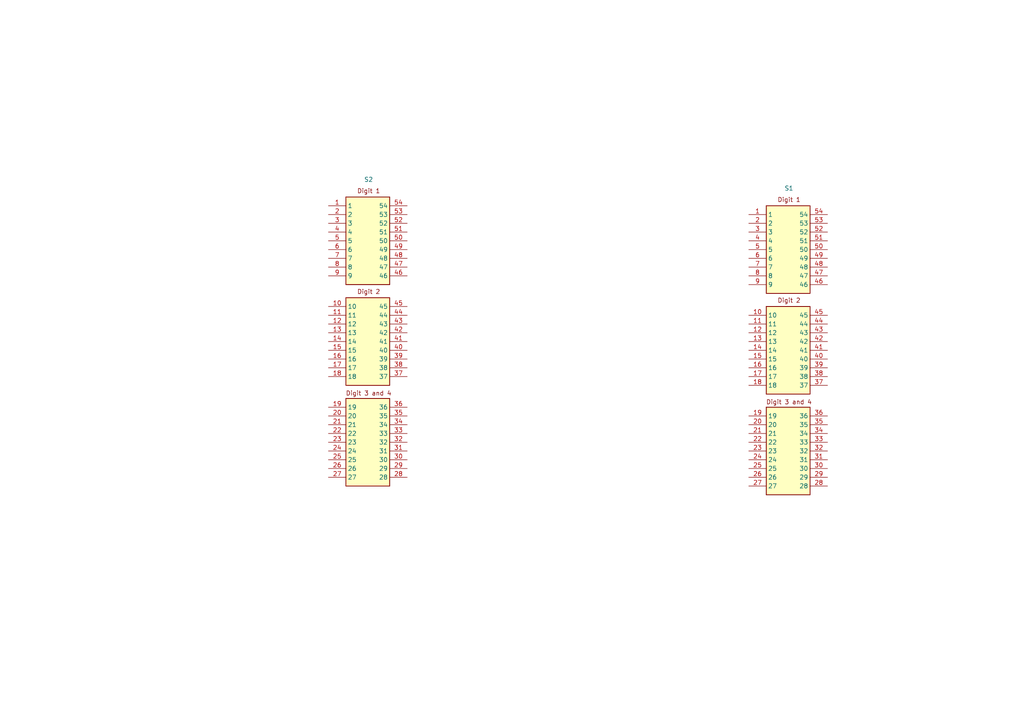
<source format=kicad_sch>
(kicad_sch (version 20250114) (generator "eeschema") (generator_version "9.0")
  (paper "A4")
  (lib_symbols
    (symbol "My_parts:Screen_connector_symbol"
      (property "Reference" "S" (at 8.636 7.112 0))
      (symbol "Screen_connector_symbol_1_1"
        (rectangle (start 5.08 2.54) (end 17.78 -22.86) (stroke (width 0.254)) (fill (type background)))
        (rectangle (start 5.08 -26.67) (end 17.78 -52.07) (stroke (width 0.254)) (fill (type background)))
        (rectangle (start 5.08 -55.88) (end 17.78 -81.28) (stroke (width 0.254)) (fill (type background)))
        (text "Digit 1\n" (at 11.684 4.318 0) (effects (font (size 1.27 1.27))))
        (text "Digit 2" (at 11.684 -24.892 0) (effects (font (size 1.27 1.27))))
        (text "Digit 3 and 4\n" (at 11.684 -54.356 0) (effects (font (size 1.27 1.27))))
        (pin passive line (at 0 0 0) (length 5.08) (name "1") (number "1"))
        (pin passive line (at 0 -2.54 0) (length 5.08) (name "2") (number "2"))
        (pin passive line (at 0 -5.08 0) (length 5.08) (name "3") (number "3"))
        (pin passive line (at 0 -7.62 0) (length 5.08) (name "4") (number "4"))
        (pin passive line (at 0 -10.16 0) (length 5.08) (name "5") (number "5"))
        (pin passive line (at 0 -12.7 0) (length 5.08) (name "6") (number "6"))
        (pin passive line (at 0 -15.24 0) (length 5.08) (name "7") (number "7"))
        (pin passive line (at 0 -17.78 0) (length 5.08) (name "8") (number "8"))
        (pin passive line (at 0 -20.32 0) (length 5.08) (name "9") (number "9"))
        (pin passive line (at 0 -29.21 0) (length 5.08) (name "10") (number "10"))
        (pin passive line (at 0 -31.75 0) (length 5.08) (name "11") (number "11"))
        (pin passive line (at 0 -34.29 0) (length 5.08) (name "12") (number "12"))
        (pin passive line (at 0 -36.83 0) (length 5.08) (name "13") (number "13"))
        (pin passive line (at 0 -39.37 0) (length 5.08) (name "14") (number "14"))
        (pin passive line (at 0 -41.91 0) (length 5.08) (name "15") (number "15"))
        (pin passive line (at 0 -44.45 0) (length 5.08) (name "16") (number "16"))
        (pin passive line (at 0 -46.99 0) (length 5.08) (name "17") (number "17"))
        (pin passive line (at 0 -49.53 0) (length 5.08) (name "18") (number "18"))
        (pin passive line (at 0 -58.42 0) (length 5.08) (name "19") (number "19"))
        (pin passive line (at 0 -60.96 0) (length 5.08) (name "20") (number "20"))
        (pin passive line (at 0 -63.5 0) (length 5.08) (name "21") (number "21"))
        (pin passive line (at 0 -66.04 0) (length 5.08) (name "22") (number "22"))
        (pin passive line (at 0 -68.58 0) (length 5.08) (name "23") (number "23"))
        (pin passive line (at 0 -71.12 0) (length 5.08) (name "24") (number "24"))
        (pin passive line (at 0 -73.66 0) (length 5.08) (name "25") (number "25"))
        (pin passive line (at 0 -76.2 0) (length 5.08) (name "26") (number "26"))
        (pin passive line (at 0 -78.74 0) (length 5.08) (name "27") (number "27"))
        (pin passive line (at 22.86 0 180) (length 5.08) (name "54") (number "54"))
        (pin passive line (at 22.86 -2.54 180) (length 5.08) (name "53") (number "53"))
        (pin passive line (at 22.86 -5.08 180) (length 5.08) (name "52") (number "52"))
        (pin passive line (at 22.86 -7.62 180) (length 5.08) (name "51") (number "51"))
        (pin passive line (at 22.86 -10.16 180) (length 5.08) (name "50") (number "50"))
        (pin passive line (at 22.86 -12.7 180) (length 5.08) (name "49") (number "49"))
        (pin passive line (at 22.86 -15.24 180) (length 5.08) (name "48") (number "48"))
        (pin passive line (at 22.86 -17.78 180) (length 5.08) (name "47") (number "47"))
        (pin passive line (at 22.86 -20.32 180) (length 5.08) (name "46") (number "46"))
        (pin passive line (at 22.86 -29.21 180) (length 5.08) (name "45") (number "45"))
        (pin passive line (at 22.86 -31.75 180) (length 5.08) (name "44") (number "44"))
        (pin passive line (at 22.86 -34.29 180) (length 5.08) (name "43") (number "43"))
        (pin passive line (at 22.86 -36.83 180) (length 5.08) (name "42") (number "42"))
        (pin passive line (at 22.86 -39.37 180) (length 5.08) (name "41") (number "41"))
        (pin passive line (at 22.86 -41.91 180) (length 5.08) (name "40") (number "40"))
        (pin passive line (at 22.86 -44.45 180) (length 5.08) (name "39") (number "39"))
        (pin passive line (at 22.86 -46.99 180) (length 5.08) (name "38") (number "38"))
        (pin passive line (at 22.86 -49.53 180) (length 5.08) (name "37") (number "37"))
        (pin passive line (at 22.86 -58.42 180) (length 5.08) (name "36") (number "36"))
        (pin passive line (at 22.86 -60.96 180) (length 5.08) (name "35") (number "35"))
        (pin passive line (at 22.86 -63.5 180) (length 5.08) (name "34") (number "34"))
        (pin passive line (at 22.86 -66.04 180) (length 5.08) (name "33") (number "33"))
        (pin passive line (at 22.86 -68.58 180) (length 5.08) (name "32") (number "32"))
        (pin passive line (at 22.86 -71.12 180) (length 5.08) (name "31") (number "31"))
        (pin passive line (at 22.86 -73.66 180) (length 5.08) (name "30") (number "30"))
        (pin passive line (at 22.86 -76.2 180) (length 5.08) (name "29") (number "29"))
        (pin passive line (at 22.86 -78.74 180) (length 5.08) (name "28") (number "28"))
      )
    )
  )
  (symbol (lib_id "My_parts:Screen_connector_symbol") (at 95.25 59.69 0) (unit 1)
    (property "Reference" "S2" (at 106.9049 52.07 0))
    (property "Value" "S" (effects (hide yes)))
    (property "Footprint" "My parts:Patice_display" (effects (hide yes)))
  )
  (symbol (lib_id "My_parts:Screen_connector_symbol") (at 217.17 62.23 0) (unit 1)
    (property "Reference" "S1" (at 228.8249 54.61 0))
    (property "Value" "S" (effects (hide yes)))
    (property "Footprint" "My parts:Screen_connector_footprint" (effects (hide yes)))
  )
)
</source>
